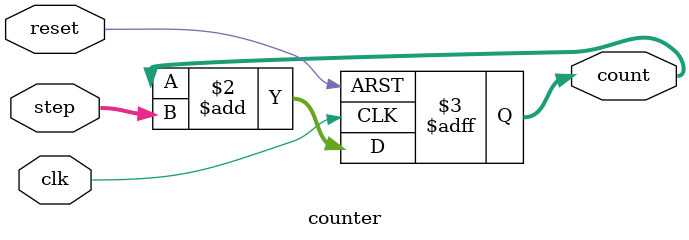
<source format=v>
module counter (input clk, input reset, 
                input [31:0] step, output reg [31:0] count);


always @ (posedge clk, posedge reset) begin

	if (reset)
		count <= 0;
	else
		count <= count + step;
end

endmodule



</source>
